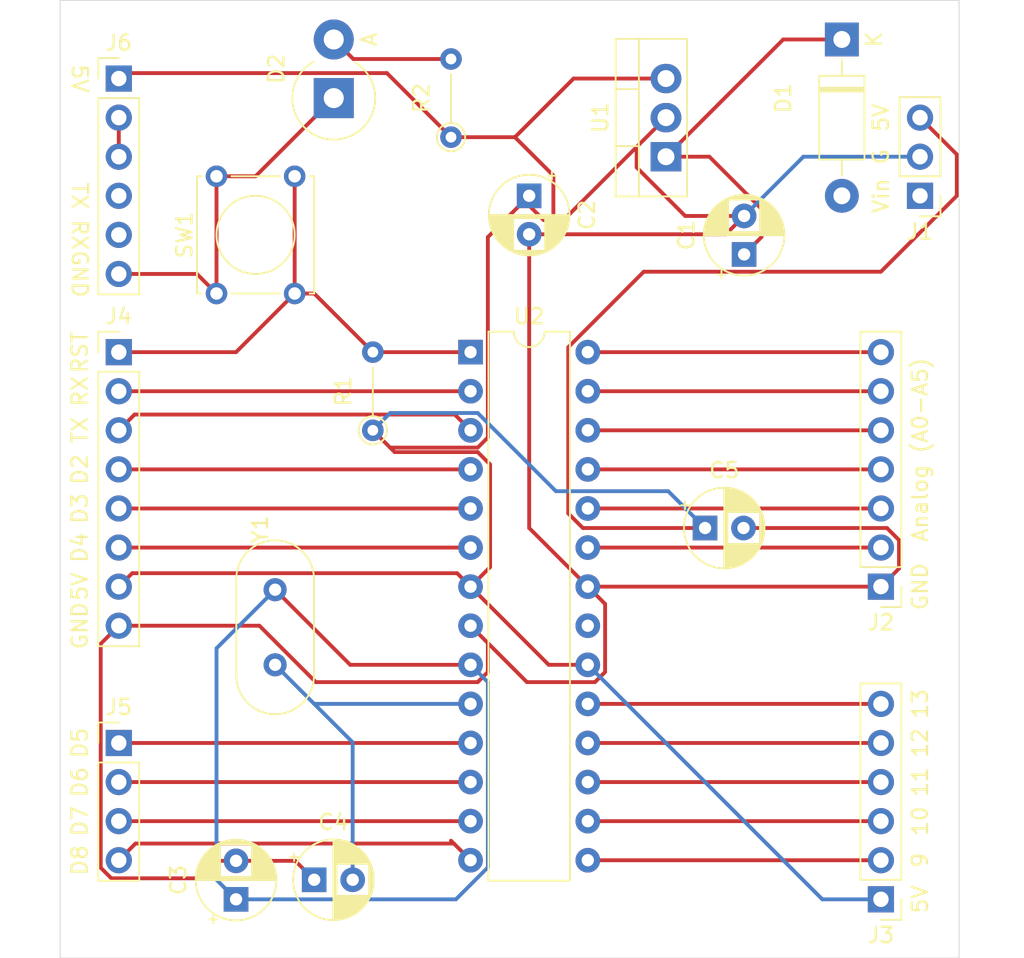
<source format=kicad_pcb>
(kicad_pcb (version 20211014) (generator pcbnew)
  (layers (0 "F.Cu" signal) (31 "B.Cu" signal) (34 "B.Paste" user) (35 "F.Paste" user) (36 "B.SilkS" user "B.Silkscreen") (37 "F.SilkS" user "F.Silkscreen") (38 "B.Mask" user) (39 "F.Mask" user) (44 "Edge.Cuts" user))
  (net 0 "")
  (net 1 "GND")
  (net 2 "Net-(C1-Pad1)")
  (net 3 "+5V")
  (net 4 "XTAL1")
  (net 5 "XTAL2")
  (net 6 "Net-(D1-Pad2)")
  (net 7 "Net-(D2-Pad2)")
  (net 8 "Net-(U2-Pad21)")
  (net 9 "RESET")
  (net 10 "Net-(J2-Pad7)")
  (net 11 "Net-(J2-Pad6)")
  (net 12 "Net-(J2-Pad5)")
  (net 13 "Net-(J2-Pad4)")
  (net 14 "Net-(J2-Pad3)")
  (net 15 "Net-(J2-Pad2)")
  (net 16 "Net-(J3-Pad3)")
  (net 17 "Net-(J3-Pad2)")
  (net 18 "Net-(J4-Pad6)")
  (net 19 "Net-(J4-Pad5)")
  (net 20 "Net-(J4-Pad4)")
  (net 21 "D8")
  (net 22 "Net-(J5-Pad3)")
  (net 23 "D6")
  (net 24 "D5")
  (net 25 "TX")
  (net 26 "RX")
  (net 27 "Net-(J6-Pad2)")
  (net 28 "SCK")
  (net 29 "MISO")
  (net 30 "MOSI")
  (footprint "Capacitor_THT:CP_Radial_D5.0mm_P2.50mm" (layer "F.Cu") (at 196.85 72.39 90)
    (fp_text reference "C1" (at 1.25 -3.75 90) (layer "F.SilkS"))
    (fp_text value "100u")
    (pad "1" thru_hole rect locked (at 0 0 90) (size 1.6 1.6) (drill 0.8) (layers *.Cu *.Mask) (net 2 "Net-(C1-Pad1)"))
    (pad "2" thru_hole circle locked (at 2.5 0 90) (size 1.6 1.6) (drill 0.8) (layers *.Cu *.Mask) (net 1 "GND"))
  )
  (footprint "Capacitor_THT:CP_Radial_D5.0mm_P2.50mm" (layer "F.Cu") (at 182.88 68.58 -90)
    (fp_text reference "C2" (at 1.25 -3.75 90) (layer "F.SilkS"))
    (fp_text value "22u")
    (pad "1" thru_hole rect locked (at 0 0 270) (size 1.6 1.6) (drill 0.8) (layers *.Cu *.Mask) (net 3 "+5V"))
    (pad "2" thru_hole circle locked (at 2.5 0 270) (size 1.6 1.6) (drill 0.8) (layers *.Cu *.Mask) (net 1 "GND"))
  )
  (footprint "Capacitor_THT:CP_Radial_D5.0mm_P2.50mm" (layer "F.Cu") (at 163.83 114.3 90)
    (fp_text reference "C3" (at 1.25 -3.75 90) (layer "F.SilkS"))
    (fp_text value "22p")
    (pad "1" thru_hole rect locked (at 0 0 90) (size 1.6 1.6) (drill 0.8) (layers *.Cu *.Mask) (net 4 "XTAL1"))
    (pad "2" thru_hole circle locked (at 2.5 0 90) (size 1.6 1.6) (drill 0.8) (layers *.Cu *.Mask) (net 1 "GND"))
  )
  (footprint "Capacitor_THT:CP_Radial_D5.0mm_P2.50mm" (layer "F.Cu") (at 168.91 113.03)
    (fp_text reference "C4" (at 1.25 -3.75) (layer "F.SilkS"))
    (fp_text value "22p")
    (pad "1" thru_hole rect locked (at 0 0) (size 1.6 1.6) (drill 0.8) (layers *.Cu *.Mask) (net 1 "GND"))
    (pad "2" thru_hole circle locked (at 2.5 0) (size 1.6 1.6) (drill 0.8) (layers *.Cu *.Mask) (net 5 "XTAL2"))
  )
  (footprint "Capacitor_THT:CP_Radial_D5.0mm_P2.50mm" (layer "F.Cu") (at 194.31 90.17)
    (fp_text reference "C5" (at 1.25 -3.75) (layer "F.SilkS"))
    (fp_text value "C")
    (pad "1" thru_hole rect locked (at 0 0) (size 1.6 1.6) (drill 0.8) (layers *.Cu *.Mask) (net 3 "+5V"))
    (pad "2" thru_hole circle locked (at 2.5 0) (size 1.6 1.6) (drill 0.8) (layers *.Cu *.Mask) (net 1 "GND"))
  )
  (footprint "Diode_THT:D_DO-41_SOD81_P10.16mm_Horizontal" (layer "F.Cu") (at 203.2 58.42 -90)
    (fp_text reference "D1" (at 3.81 3.81 90) (layer "F.SilkS"))
    (fp_text value "1N4007")
    (fp_text user "K" (at 0 -2.1 90) (layer "F.SilkS"))
    (pad "1" thru_hole rect locked (at 0 0 270) (size 2.2 2.2) (drill 1.1) (layers *.Cu *.Mask) (net 2 "Net-(C1-Pad1)"))
    (pad "2" thru_hole oval locked (at 10.16 0 270) (size 2.2 2.2) (drill 1.1) (layers *.Cu *.Mask) (net 6 "Net-(D1-Pad2)"))
  )
  (footprint "Diode_THT:D_DO-201_P3.81mm_Vertical_AnodeUp" (layer "F.Cu") (at 170.18 62.23 90)
    (fp_text reference "D2" (at 1.905 -3.725 90) (layer "F.SilkS"))
    (fp_text value "LED_ALT")
    (fp_text user "A" (at 3.81 2.3 90) (layer "F.SilkS"))
    (pad "1" thru_hole rect locked (at 0 0 90) (size 2.6 2.6) (drill 1.3) (layers *.Cu *.Mask) (net 1 "GND"))
    (pad "2" thru_hole oval locked (at 3.81 0 90) (size 2.6 2.6) (drill 1.3) (layers *.Cu *.Mask) (net 7 "Net-(D2-Pad2)"))
  )
  (footprint "Resistor_THT:R_Axial_DIN0204_L3.6mm_D1.6mm_P5.08mm_Vertical" (layer "F.Cu") (at 172.72 83.82 90)
    (fp_text reference "R1" (at 2.54 -1.92 90) (layer "F.SilkS"))
    (fp_text value "R")
    (pad "1" thru_hole circle locked (at 0 0 90) (size 1.4 1.4) (drill 0.7) (layers *.Cu *.Mask) (net 3 "+5V"))
    (pad "2" thru_hole oval locked (at 5.08 0 90) (size 1.4 1.4) (drill 0.7) (layers *.Cu *.Mask) (net 9 "RESET"))
  )
  (footprint "Resistor_THT:R_Axial_DIN0204_L3.6mm_D1.6mm_P5.08mm_Vertical" (layer "F.Cu") (at 177.8 64.77 90)
    (fp_text reference "R2" (at 2.54 -1.92 90) (layer "F.SilkS"))
    (fp_text value "220")
    (pad "1" thru_hole circle locked (at 0 0 90) (size 1.4 1.4) (drill 0.7) (layers *.Cu *.Mask) (net 3 "+5V"))
    (pad "2" thru_hole oval locked (at 5.08 0 90) (size 1.4 1.4) (drill 0.7) (layers *.Cu *.Mask) (net 7 "Net-(D2-Pad2)"))
  )
  (footprint "Button_Switch_THT:SW_Tactile_Straight_KSA0Axx1LFTR" (layer "F.Cu") (at 162.56 74.93 90)
    (fp_text reference "SW1" (at 3.81 -2.08 90) (layer "F.SilkS"))
    (fp_text value "SW_Push")
    (pad "1" thru_hole circle locked (at 0 0 90) (size 1.397 1.397) (drill 0.8128) (layers *.Cu *.Mask) (net 1 "GND"))
    (pad "1" thru_hole circle locked (at 7.62 0 90) (size 1.397 1.397) (drill 0.8128) (layers *.Cu *.Mask) (net 1 "GND"))
    (pad "2" thru_hole circle locked (at 0 5.08 90) (size 1.397 1.397) (drill 0.8128) (layers *.Cu *.Mask) (net 9 "RESET"))
    (pad "2" thru_hole circle locked (at 7.62 5.08 90) (size 1.397 1.397) (drill 0.8128) (layers *.Cu *.Mask) (net 9 "RESET"))
  )
  (footprint "Package_TO_SOT_THT:TO-220-3_Vertical" (layer "F.Cu") (at 191.77 66.04 90)
    (fp_text reference "U1" (at 2.54 -4.27 90) (layer "F.SilkS"))
    (fp_text value "LM7805_TO220")
    (pad "1" thru_hole rect locked (at 0 0 90) (size 1.905 2) (drill 1.1) (layers *.Cu *.Mask) (net 2 "Net-(C1-Pad1)"))
    (pad "2" thru_hole oval locked (at 2.54 0 90) (size 1.905 2) (drill 1.1) (layers *.Cu *.Mask) (net 1 "GND"))
    (pad "3" thru_hole oval locked (at 5.08 0 90) (size 1.905 2) (drill 1.1) (layers *.Cu *.Mask) (net 3 "+5V"))
  )
  (footprint "Package_DIP:DIP-28_W7.62mm" (layer "F.Cu") (at 179.07 78.74)
    (fp_text reference "U2" (at 3.81 -2.33) (layer "F.SilkS"))
    (fp_text value "ATmega328P-PU")
    (pad "1" thru_hole rect locked (at 0 0) (size 1.6 1.6) (drill 0.8) (layers *.Cu *.Mask) (net 9 "RESET"))
    (pad "2" thru_hole oval locked (at 0 2.54) (size 1.6 1.6) (drill 0.8) (layers *.Cu *.Mask) (net 26 "RX"))
    (pad "3" thru_hole oval locked (at 0 5.08) (size 1.6 1.6) (drill 0.8) (layers *.Cu *.Mask) (net 25 "TX"))
    (pad "4" thru_hole oval locked (at 0 7.62) (size 1.6 1.6) (drill 0.8) (layers *.Cu *.Mask) (net 20 "Net-(J4-Pad4)"))
    (pad "5" thru_hole oval locked (at 0 10.16) (size 1.6 1.6) (drill 0.8) (layers *.Cu *.Mask) (net 19 "Net-(J4-Pad5)"))
    (pad "6" thru_hole oval locked (at 0 12.7) (size 1.6 1.6) (drill 0.8) (layers *.Cu *.Mask) (net 18 "Net-(J4-Pad6)"))
    (pad "7" thru_hole oval locked (at 0 15.24) (size 1.6 1.6) (drill 0.8) (layers *.Cu *.Mask) (net 3 "+5V"))
    (pad "8" thru_hole oval locked (at 0 17.78) (size 1.6 1.6) (drill 0.8) (layers *.Cu *.Mask) (net 1 "GND"))
    (pad "9" thru_hole oval locked (at 0 20.32) (size 1.6 1.6) (drill 0.8) (layers *.Cu *.Mask) (net 4 "XTAL1"))
    (pad "10" thru_hole oval locked (at 0 22.86) (size 1.6 1.6) (drill 0.8) (layers *.Cu *.Mask) (net 5 "XTAL2"))
    (pad "11" thru_hole oval locked (at 0 25.4) (size 1.6 1.6) (drill 0.8) (layers *.Cu *.Mask) (net 24 "D5"))
    (pad "12" thru_hole oval locked (at 0 27.94) (size 1.6 1.6) (drill 0.8) (layers *.Cu *.Mask) (net 23 "D6"))
    (pad "13" thru_hole oval locked (at 0 30.48) (size 1.6 1.6) (drill 0.8) (layers *.Cu *.Mask) (net 22 "Net-(J5-Pad3)"))
    (pad "14" thru_hole oval locked (at 0 33.02) (size 1.6 1.6) (drill 0.8) (layers *.Cu *.Mask) (net 21 "D8"))
    (pad "15" thru_hole oval locked (at 7.62 33.02) (size 1.6 1.6) (drill 0.8) (layers *.Cu *.Mask) (net 17 "Net-(J3-Pad2)"))
    (pad "16" thru_hole oval locked (at 7.62 30.48) (size 1.6 1.6) (drill 0.8) (layers *.Cu *.Mask) (net 16 "Net-(J3-Pad3)"))
    (pad "17" thru_hole oval locked (at 7.62 27.94) (size 1.6 1.6) (drill 0.8) (layers *.Cu *.Mask) (net 30 "MOSI"))
    (pad "18" thru_hole oval locked (at 7.62 25.4) (size 1.6 1.6) (drill 0.8) (layers *.Cu *.Mask) (net 29 "MISO"))
    (pad "19" thru_hole oval locked (at 7.62 22.86) (size 1.6 1.6) (drill 0.8) (layers *.Cu *.Mask) (net 28 "SCK"))
    (pad "20" thru_hole oval locked (at 7.62 20.32) (size 1.6 1.6) (drill 0.8) (layers *.Cu *.Mask) (net 3 "+5V"))
    (pad "21" thru_hole oval locked (at 7.62 17.78) (size 1.6 1.6) (drill 0.8) (layers *.Cu *.Mask) (net 8 "Net-(U2-Pad21)"))
    (pad "22" thru_hole oval locked (at 7.62 15.24) (size 1.6 1.6) (drill 0.8) (layers *.Cu *.Mask) (net 1 "GND"))
    (pad "23" thru_hole oval locked (at 7.62 12.7) (size 1.6 1.6) (drill 0.8) (layers *.Cu *.Mask) (net 15 "Net-(J2-Pad2)"))
    (pad "24" thru_hole oval locked (at 7.62 10.16) (size 1.6 1.6) (drill 0.8) (layers *.Cu *.Mask) (net 14 "Net-(J2-Pad3)"))
    (pad "25" thru_hole oval locked (at 7.62 7.62) (size 1.6 1.6) (drill 0.8) (layers *.Cu *.Mask) (net 13 "Net-(J2-Pad4)"))
    (pad "26" thru_hole oval locked (at 7.62 5.08) (size 1.6 1.6) (drill 0.8) (layers *.Cu *.Mask) (net 12 "Net-(J2-Pad5)"))
    (pad "27" thru_hole oval locked (at 7.62 2.54) (size 1.6 1.6) (drill 0.8) (layers *.Cu *.Mask) (net 11 "Net-(J2-Pad6)"))
    (pad "28" thru_hole oval locked (at 7.62 0) (size 1.6 1.6) (drill 0.8) (layers *.Cu *.Mask) (net 10 "Net-(J2-Pad7)"))
  )
  (footprint "Crystal:Crystal_HC49-U_Vertical" (layer "F.Cu") (at 166.37 99.06 90)
    (fp_text reference "Y1" (at 8.79 -0.985 90) (layer "F.SilkS"))
    (fp_text value "Crystal")
    (pad "1" thru_hole circle locked (at 0 0 90) (size 1.5 1.5) (drill 0.8) (layers *.Cu *.Mask) (net 5 "XTAL2"))
    (pad "2" thru_hole circle locked (at 4.88 0 90) (size 1.5 1.5) (drill 0.8) (layers *.Cu *.Mask) (net 4 "XTAL1"))
  )
  (footprint "Connector_PinHeader_2.54mm:PinHeader_1x07_P2.54mm_Vertical" (layer "F.Cu") (at 205.74 93.98 180)
    (fp_text reference "J2" (at 0 -2.33) (layer "F.SilkS"))
    (fp_text value "Conn_01x07_Female")
    (pad "1" thru_hole rect locked (at 0 0 180) (size 1.7 1.7) (drill 1) (layers *.Cu *.Mask) (net 1 "GND"))
    (pad "2" thru_hole oval locked (at 0 2.54 180) (size 1.7 1.7) (drill 1) (layers *.Cu *.Mask) (net 15 "Net-(J2-Pad2)"))
    (pad "3" thru_hole oval locked (at 0 5.08 180) (size 1.7 1.7) (drill 1) (layers *.Cu *.Mask) (net 14 "Net-(J2-Pad3)"))
    (pad "4" thru_hole oval locked (at 0 7.62 180) (size 1.7 1.7) (drill 1) (layers *.Cu *.Mask) (net 13 "Net-(J2-Pad4)"))
    (pad "5" thru_hole oval locked (at 0 10.16 180) (size 1.7 1.7) (drill 1) (layers *.Cu *.Mask) (net 12 "Net-(J2-Pad5)"))
    (pad "6" thru_hole oval locked (at 0 12.7 180) (size 1.7 1.7) (drill 1) (layers *.Cu *.Mask) (net 11 "Net-(J2-Pad6)"))
    (pad "7" thru_hole oval locked (at 0 15.24 180) (size 1.7 1.7) (drill 1) (layers *.Cu *.Mask) (net 10 "Net-(J2-Pad7)"))
  )
  (footprint "Connector_PinHeader_2.54mm:PinHeader_1x06_P2.54mm_Vertical" (layer "F.Cu") (at 205.74 114.3 180)
    (fp_text reference "J3" (at 0 -2.33) (layer "F.SilkS"))
    (fp_text value "Conn_01x06_Female")
    (pad "1" thru_hole rect locked (at 0 0 180) (size 1.7 1.7) (drill 1) (layers *.Cu *.Mask) (net 3 "+5V"))
    (pad "2" thru_hole oval locked (at 0 2.54 180) (size 1.7 1.7) (drill 1) (layers *.Cu *.Mask) (net 17 "Net-(J3-Pad2)"))
    (pad "3" thru_hole oval locked (at 0 5.08 180) (size 1.7 1.7) (drill 1) (layers *.Cu *.Mask) (net 16 "Net-(J3-Pad3)"))
    (pad "4" thru_hole oval locked (at 0 7.62 180) (size 1.7 1.7) (drill 1) (layers *.Cu *.Mask) (net 30 "MOSI"))
    (pad "5" thru_hole oval locked (at 0 10.16 180) (size 1.7 1.7) (drill 1) (layers *.Cu *.Mask) (net 29 "MISO"))
    (pad "6" thru_hole oval locked (at 0 12.7 180) (size 1.7 1.7) (drill 1) (layers *.Cu *.Mask) (net 28 "SCK"))
  )
  (footprint "Connector_PinHeader_2.54mm:PinHeader_1x08_P2.54mm_Vertical" (layer "F.Cu") (at 156.21 78.74)
    (fp_text reference "J4" (at 0 -2.33) (layer "F.SilkS"))
    (fp_text value "Conn_01x08_Female")
    (pad "1" thru_hole rect locked (at 0 0) (size 1.7 1.7) (drill 1) (layers *.Cu *.Mask) (net 9 "RESET"))
    (pad "2" thru_hole oval locked (at 0 2.54) (size 1.7 1.7) (drill 1) (layers *.Cu *.Mask) (net 26 "RX"))
    (pad "3" thru_hole oval locked (at 0 5.08) (size 1.7 1.7) (drill 1) (layers *.Cu *.Mask) (net 25 "TX"))
    (pad "4" thru_hole oval locked (at 0 7.62) (size 1.7 1.7) (drill 1) (layers *.Cu *.Mask) (net 20 "Net-(J4-Pad4)"))
    (pad "5" thru_hole oval locked (at 0 10.16) (size 1.7 1.7) (drill 1) (layers *.Cu *.Mask) (net 19 "Net-(J4-Pad5)"))
    (pad "6" thru_hole oval locked (at 0 12.7) (size 1.7 1.7) (drill 1) (layers *.Cu *.Mask) (net 18 "Net-(J4-Pad6)"))
    (pad "7" thru_hole oval locked (at 0 15.24) (size 1.7 1.7) (drill 1) (layers *.Cu *.Mask) (net 3 "+5V"))
    (pad "8" thru_hole oval locked (at 0 17.78) (size 1.7 1.7) (drill 1) (layers *.Cu *.Mask) (net 1 "GND"))
  )
  (footprint "Connector_PinHeader_2.54mm:PinHeader_1x04_P2.54mm_Vertical" (layer "F.Cu") (at 156.21 104.14)
    (fp_text reference "J5" (at 0 -2.33) (layer "F.SilkS"))
    (fp_text value "Conn_01x04_Female")
    (pad "1" thru_hole rect locked (at 0 0) (size 1.7 1.7) (drill 1) (layers *.Cu *.Mask) (net 24 "D5"))
    (pad "2" thru_hole oval locked (at 0 2.54) (size 1.7 1.7) (drill 1) (layers *.Cu *.Mask) (net 23 "D6"))
    (pad "3" thru_hole oval locked (at 0 5.08) (size 1.7 1.7) (drill 1) (layers *.Cu *.Mask) (net 22 "Net-(J5-Pad3)"))
    (pad "4" thru_hole oval locked (at 0 7.62) (size 1.7 1.7) (drill 1) (layers *.Cu *.Mask) (net 21 "D8"))
  )
  (footprint "Connector_PinHeader_2.54mm:PinHeader_1x06_P2.54mm_Vertical" (layer "F.Cu") (at 156.21 60.96)
    (fp_text reference "J6" (at 0 -2.33) (layer "F.SilkS"))
    (fp_text value "Conn_01x06_Female")
    (pad "1" thru_hole rect locked (at 0 0) (size 1.7 1.7) (drill 1) (layers *.Cu *.Mask) (net 3 "+5V"))
    (pad "2" thru_hole oval locked (at 0 2.54) (size 1.7 1.7) (drill 1) (layers *.Cu *.Mask) (net 27 "Net-(J6-Pad2)"))
    (pad "3" thru_hole oval locked (at 0 5.08) (size 1.7 1.7) (drill 1) (layers *.Cu *.Mask) (net 27 "Net-(J6-Pad2)"))
    (pad "4" thru_hole oval locked (at 0 7.62) (size 1.7 1.7) (drill 1) (layers *.Cu *.Mask) (net 26 "RX"))
    (pad "5" thru_hole oval locked (at 0 10.16) (size 1.7 1.7) (drill 1) (layers *.Cu *.Mask) (net 25 "TX"))
    (pad "6" thru_hole oval locked (at 0 12.7) (size 1.7 1.7) (drill 1) (layers *.Cu *.Mask) (net 1 "GND"))
  )
  (footprint "Connector_PinHeader_2.54mm:PinHeader_1x03_P2.54mm_Vertical" (layer "F.Cu") (at 208.28 68.58 180)
    (fp_text reference "J1" (at 0 -2.33) (layer "F.SilkS"))
    (fp_text value "Conn_01x03_Male")
    (pad "1" thru_hole rect locked (at 0 0 180) (size 1.7 1.7) (drill 1) (layers *.Cu *.Mask) (net 6 "Net-(D1-Pad2)"))
    (pad "2" thru_hole oval locked (at 0 2.54 180) (size 1.7 1.7) (drill 1) (layers *.Cu *.Mask) (net 1 "GND"))
    (pad "3" thru_hole oval locked (at 0 5.08 180) (size 1.7 1.7) (drill 1) (layers *.Cu *.Mask) (net 3 "+5V"))
  )
  (gr_line (start 152.4 118.11) (end 152.4 55.88) (layer "Edge.Cuts") (width 0.05))
  (gr_line (start 210.82 118.11) (end 152.4 118.11) (layer "Edge.Cuts") (width 0.05))
  (gr_line (start 210.82 55.88) (end 210.82 118.11) (layer "Edge.Cuts") (width 0.05))
  (gr_line (start 152.4 55.88) (end 210.82 55.88) (layer "Edge.Cuts") (width 0.05))
  (gr_text "5V\n" (at 205.74 63.5 90) (layer "F.SilkS") (effects (font (size 1 1))))
  (gr_text "9\n" (at 208.28 111.76 90) (layer "F.SilkS") (effects (font (size 1 1))))
  (gr_text "D6\n" (at 153.67 106.68 90) (layer "F.SilkS") (effects (font (size 1 1))))
  (gr_text "GND" (at 153.67 73.66 270) (layer "F.SilkS") (effects (font (size 1 1))))
  (gr_text "TX" (at 153.67 68.58 270) (layer "F.SilkS") (effects (font (size 1 1))))
  (gr_text "D5" (at 153.67 104.14 90) (layer "F.SilkS") (effects (font (size 1 1))))
  (gr_text "D2" (at 153.67 86.36 90) (layer "F.SilkS") (effects (font (size 1 1))))
  (gr_text "10" (at 208.28 109.22 90) (layer "F.SilkS") (effects (font (size 1 1))))
  (gr_text "12" (at 208.28 104.14 90) (layer "F.SilkS") (effects (font (size 1 1))))
  (gr_text "Vin" (at 205.74 68.58 90) (layer "F.SilkS") (effects (font (size 1 1))))
  (gr_text "RX\n" (at 153.67 81.28 90) (layer "F.SilkS") (effects (font (size 1 1))))
  (gr_text "D3\n" (at 153.67 88.9 90) (layer "F.SilkS") (effects (font (size 1 1))))
  (gr_text "RST" (at 153.67 78.74 90) (layer "F.SilkS") (effects (font (size 1 1))))
  (gr_text "Analog (A0-A5)\n" (at 208.28 85.09 90) (layer "F.SilkS") (effects (font (size 1 1))))
  (gr_text "5V" (at 208.28 114.3 90) (layer "F.SilkS") (effects (font (size 1 1))))
  (gr_text "D7" (at 153.67 109.22 90) (layer "F.SilkS") (effects (font (size 1 1))))
  (gr_text "G" (at 205.74 66.04 90) (layer "F.SilkS") (effects (font (size 1 1))))
  (gr_text "D8" (at 153.67 111.76 90) (layer "F.SilkS") (effects (font (size 1 1))))
  (gr_text "GND\n" (at 153.67 96.52 90) (layer "F.SilkS") (effects (font (size 1 1))))
  (gr_text "5V\n" (at 153.67 60.96 270) (layer "F.SilkS") (effects (font (size 1 1))))
  (gr_text "RX" (at 153.67 71.12 270) (layer "F.SilkS") (effects (font (size 1 1))))
  (gr_text "5V" (at 153.67 93.98 90) (layer "F.SilkS") (effects (font (size 1 1))))
  (gr_text "GND\n" (at 208.28 93.98 90) (layer "F.SilkS") (effects (font (size 1 1))))
  (gr_text "D4" (at 153.67 91.44 90) (layer "F.SilkS") (effects (font (size 1 1))))
  (gr_text "11" (at 208.28 106.68 90) (layer "F.SilkS") (effects (font (size 1 1))))
  (gr_text "13" (at 208.28 101.6 90) (layer "F.SilkS") (effects (font (size 1 1))))
  (gr_text "TX\n" (at 153.67 83.82 90) (layer "F.SilkS") (effects (font (size 1 1))))
  (segment (start 162.56 67.31) (end 162.56 74.93) (width 0.25) (layer "F.Cu") (net 1))
  (segment (start 161.564119 112.934511) (end 155.723501 112.934511) (width 0.25) (layer "F.Cu") (net 1))
  (segment (start 167.68 111.8) (end 168.91 113.03) (width 0.25) (layer "F.Cu") (net 1))
  (segment (start 184.19 71.08) (end 191.77 63.5) (width 0.25) (layer "F.Cu") (net 1))
  (segment (start 165.1 67.31) (end 170.18 62.23) (width 0.25) (layer "F.Cu") (net 1))
  (segment (start 161.29 73.66) (end 156.21 73.66) (width 0.25) (layer "F.Cu") (net 1))
  (segment (start 196.81 90.17) (end 206.13101 90.17) (width 0.25) (layer "F.Cu") (net 1))
  (segment (start 162.56 74.93) (end 161.29 73.66) (width 0.25) (layer "F.Cu") (net 1))
  (segment (start 187.814511 95.104511) (end 186.69 93.98) (width 0.25) (layer "F.Cu") (net 1))
  (segment (start 179.07 96.52) (end 182.734511 100.184511) (width 0.25) (layer "F.Cu") (net 1))
  (segment (start 193.018478 69.89) (end 189.865 66.736522) (width 0.25) (layer "F.Cu") (net 1))
  (segment (start 180.194511 97.644511) (end 180.194511 99.525789) (width 0.25) (layer "F.Cu") (net 1))
  (segment (start 163.83 111.8) (end 162.69863 111.8) (width 0.25) (layer "F.Cu") (net 1))
  (segment (start 162.56 67.31) (end 165.1 67.31) (width 0.25) (layer "F.Cu") (net 1))
  (segment (start 169.0141 100.184511) (end 165.349589 96.52) (width 0.25) (layer "F.Cu") (net 1))
  (segment (start 186.69 93.98) (end 205.74 93.98) (width 0.25) (layer "F.Cu") (net 1))
  (segment (start 206.13101 90.17) (end 206.914511 90.953501) (width 0.25) (layer "F.Cu") (net 1))
  (segment (start 155.035489 112.246499) (end 155.035489 97.694511) (width 0.25) (layer "F.Cu") (net 1))
  (segment (start 182.88 71.08) (end 195.66 71.08) (width 0.25) (layer "F.Cu") (net 1))
  (segment (start 182.734511 100.184511) (end 187.155789 100.184511) (width 0.25) (layer "F.Cu") (net 1))
  (segment (start 163.83 111.8) (end 167.68 111.8) (width 0.25) (layer "F.Cu") (net 1))
  (segment (start 195.66 71.08) (end 196.85 69.89) (width 0.25) (layer "F.Cu") (net 1))
  (segment (start 155.035489 97.694511) (end 156.21 96.52) (width 0.25) (layer "F.Cu") (net 1))
  (segment (start 179.535789 100.184511) (end 169.0141 100.184511) (width 0.25) (layer "F.Cu") (net 1))
  (segment (start 165.349589 96.52) (end 156.21 96.52) (width 0.25) (layer "F.Cu") (net 1))
  (segment (start 196.85 69.89) (end 193.018478 69.89) (width 0.25) (layer "F.Cu") (net 1))
  (segment (start 189.865 66.736522) (end 189.865 65.405) (width 0.25) (layer "F.Cu") (net 1))
  (segment (start 206.914511 90.953501) (end 206.914511 92.805489) (width 0.25) (layer "F.Cu") (net 1))
  (segment (start 180.194511 99.525789) (end 179.535789 100.184511) (width 0.25) (layer "F.Cu") (net 1))
  (segment (start 182.88 71.08) (end 182.88 90.17) (width 0.25) (layer "F.Cu") (net 1))
  (segment (start 155.723501 112.934511) (end 155.035489 112.246499) (width 0.25) (layer "F.Cu") (net 1))
  (segment (start 162.69863 111.8) (end 161.564119 112.934511) (width 0.25) (layer "F.Cu") (net 1))
  (segment (start 206.914511 92.805489) (end 205.74 93.98) (width 0.25) (layer "F.Cu") (net 1))
  (segment (start 187.155789 100.184511) (end 187.814511 99.525789) (width 0.25) (layer "F.Cu") (net 1))
  (segment (start 182.88 90.17) (end 186.69 93.98) (width 0.25) (layer "F.Cu") (net 1))
  (segment (start 187.814511 99.525789) (end 187.814511 95.104511) (width 0.25) (layer "F.Cu") (net 1))
  (segment (start 208.28 66.04) (end 200.7 66.04) (width 0.25) (layer "B.Cu") (net 1))
  (segment (start 200.7 66.04) (end 196.85 69.89) (width 0.25) (layer "B.Cu") (net 1))
  (segment (start 196.85 72.39) (end 197.974511 71.265489) (width 0.25) (layer "F.Cu") (net 2))
  (segment (start 203.2 58.42) (end 199.39 58.42) (width 0.25) (layer "F.Cu") (net 2))
  (segment (start 194.5903 66.04) (end 191.77 66.04) (width 0.25) (layer "F.Cu") (net 2))
  (segment (start 199.39 58.42) (end 191.77 66.04) (width 0.25) (layer "F.Cu") (net 2))
  (segment (start 197.974511 71.265489) (end 197.974511 69.424211) (width 0.25) (layer "F.Cu") (net 2))
  (segment (start 197.974511 69.424211) (end 194.5903 66.04) (width 0.25) (layer "F.Cu") (net 2))
  (segment (start 182.88 69.215717) (end 182.88 68.58) (width 0.25) (layer "F.Cu") (net 3))
  (segment (start 184.190708 70.154031) (end 183.818314 70.154031) (width 0.25) (layer "F.Cu") (net 3))
  (segment (start 186.3697 90.17) (end 185.42 89.2203) (width 0.25) (layer "F.Cu") (net 3))
  (segment (start 182.88 68.58) (end 180.194511 71.265489) (width 0.25) (layer "F.Cu") (net 3))
  (segment (start 174.135489 85.235489) (end 179.535789 85.235489) (width 0.25) (layer "F.Cu") (net 3))
  (segment (start 173.635489 60.605489) (end 177.8 64.77) (width 0.25) (layer "F.Cu") (net 3))
  (segment (start 184.454031 67.269292) (end 184.454031 69.890708) (width 0.25) (layer "F.Cu") (net 3))
  (segment (start 180.194511 71.265489) (end 180.194511 84.285789) (width 0.25) (layer "F.Cu") (net 3))
  (segment (start 179.535789 84.944511) (end 173.844511 84.944511) (width 0.25) (layer "F.Cu") (net 3))
  (segment (start 157.084511 93.105489) (end 156.21 93.98) (width 0.25) (layer "F.Cu") (net 3))
  (segment (start 180.194511 84.285789) (end 179.535789 84.944511) (width 0.25) (layer "F.Cu") (net 3))
  (segment (start 210.67048 65.89048) (end 208.28 63.5) (width 0.25) (layer "F.Cu") (net 3))
  (segment (start 156.564511 60.605489) (end 173.635489 60.605489) (width 0.25) (layer "F.Cu") (net 3))
  (segment (start 194.31 90.17) (end 186.3697 90.17) (width 0.25) (layer "F.Cu") (net 3))
  (segment (start 210.67048 68.58) (end 210.67048 65.89048) (width 0.25) (layer "F.Cu") (net 3))
  (segment (start 185.764739 60.96) (end 191.77 60.96) (width 0.25) (layer "F.Cu") (net 3))
  (segment (start 185.42 78.4197) (end 190.325189 73.514511) (width 0.25) (layer "F.Cu") (net 3))
  (segment (start 190.325189 73.514511) (end 205.735969 73.514511) (width 0.25) (layer "F.Cu") (net 3))
  (segment (start 181.954739 64.77) (end 185.764739 60.96) (width 0.25) (layer "F.Cu") (net 3))
  (segment (start 178.195489 93.105489) (end 157.084511 93.105489) (width 0.25) (layer "F.Cu") (net 3))
  (segment (start 172.72 83.82) (end 174.135489 85.235489) (width 0.25) (layer "F.Cu") (net 3))
  (segment (start 185.42 89.2203) (end 185.42 78.4197) (width 0.25) (layer "F.Cu") (net 3))
  (segment (start 205.735969 73.514511) (end 210.67048 68.58) (width 0.25) (layer "F.Cu") (net 3))
  (segment (start 183.818314 70.154031) (end 182.88 69.215717) (width 0.25) (layer "F.Cu") (net 3))
  (segment (start 179.535789 85.235489) (end 180.34 86.0397) (width 0.25) (layer "F.Cu") (net 3))
  (segment (start 180.34 86.0397) (end 180.34 92.71) (width 0.25) (layer "F.Cu") (net 3))
  (segment (start 186.69 99.06) (end 184.15 99.06) (width 0.25) (layer "F.Cu") (net 3))
  (segment (start 179.07 93.98) (end 178.195489 93.105489) (width 0.25) (layer "F.Cu") (net 3))
  (segment (start 184.15 99.06) (end 179.07 93.98) (width 0.25) (layer "F.Cu") (net 3))
  (segment (start 180.34 92.71) (end 179.07 93.98) (width 0.25) (layer "F.Cu") (net 3))
  (segment (start 184.454031 69.890708) (end 184.190708 70.154031) (width 0.25) (layer "F.Cu") (net 3))
  (segment (start 177.8 64.77) (end 181.954739 64.77) (width 0.25) (layer "F.Cu") (net 3))
  (segment (start 181.954739 64.77) (end 184.454031 67.269292) (width 0.25) (layer "F.Cu") (net 3))
  (segment (start 156.21 60.96) (end 156.564511 60.605489) (width 0.25) (layer "F.Cu") (net 3))
  (segment (start 179.535789 82.695489) (end 173.844511 82.695489) (width 0.25) (layer "B.Cu") (net 3))
  (segment (start 173.844511 82.695489) (end 172.72 83.82) (width 0.25) (layer "B.Cu") (net 3))
  (segment (start 184.615789 87.775489) (end 179.535789 82.695489) (width 0.25) (layer "B.Cu") (net 3))
  (segment (start 191.915489 87.775489) (end 184.615789 87.775489) (width 0.25) (layer "B.Cu") (net 3))
  (segment (start 201.93 114.3) (end 186.69 99.06) (width 0.25) (layer "B.Cu") (net 3))
  (segment (start 205.74 114.3) (end 201.93 114.3) (width 0.25) (layer "B.Cu") (net 3))
  (segment (start 194.31 90.17) (end 191.915489 87.775489) (width 0.25) (layer "B.Cu") (net 3))
  (segment (start 171.25 99.06) (end 166.37 94.18) (width 0.25) (layer "F.Cu") (net 4))
  (segment (start 179.07 99.06) (end 171.25 99.06) (width 0.25) (layer "F.Cu") (net 4))
  (segment (start 163.83 114.3) (end 178.1203 114.3) (width 0.25) (layer "B.Cu") (net 4))
  (segment (start 178.1203 114.3) (end 180.194511 112.225789) (width 0.25) (layer "B.Cu") (net 4))
  (segment (start 180.194511 112.225789) (end 180.194511 100.184511) (width 0.25) (layer "B.Cu") (net 4))
  (segment (start 180.194511 100.184511) (end 179.07 99.06) (width 0.25) (layer "B.Cu") (net 4))
  (segment (start 162.56 97.99) (end 166.37 94.18) (width 0.25) (layer "B.Cu") (net 4))
  (segment (start 162.56 113.03) (end 162.56 97.99) (width 0.25) (layer "B.Cu") (net 4))
  (segment (start 163.83 114.3) (end 162.56 113.03) (width 0.25) (layer "B.Cu") (net 4))
  (segment (start 168.91 101.6) (end 179.07 101.6) (width 0.25) (layer "B.Cu") (net 5))
  (segment (start 166.37 99.06) (end 171.41 104.1) (width 0.25) (layer "B.Cu") (net 5))
  (segment (start 171.41 113.03) (end 171.41 104.1) (width 0.25) (layer "B.Cu") (net 5))
  (segment (start 171.45 59.69) (end 170.18 58.42) (width 0.25) (layer "F.Cu") (net 7))
  (segment (start 177.8 59.69) (end 171.45 59.69) (width 0.25) (layer "F.Cu") (net 7))
  (segment (start 167.64 67.31) (end 167.64 74.93) (width 0.25) (layer "F.Cu") (net 9))
  (segment (start 167.64 74.93) (end 168.91 74.93) (width 0.25) (layer "F.Cu") (net 9))
  (segment (start 163.83 78.74) (end 156.21 78.74) (width 0.25) (layer "F.Cu") (net 9))
  (segment (start 167.64 74.93) (end 163.83 78.74) (width 0.25) (layer "F.Cu") (net 9))
  (segment (start 168.91 74.93) (end 172.72 78.74) (width 0.25) (layer "F.Cu") (net 9))
  (segment (start 179.07 78.74) (end 172.72 78.74) (width 0.25) (layer "F.Cu") (net 9))
  (segment (start 186.69 78.74) (end 205.74 78.74) (width 0.25) (layer "F.Cu") (net 10))
  (segment (start 205.74 81.28) (end 186.69 81.28) (width 0.25) (layer "F.Cu") (net 11))
  (segment (start 186.69 83.82) (end 205.74 83.82) (width 0.25) (layer "F.Cu") (net 12))
  (segment (start 205.74 86.36) (end 186.69 86.36) (width 0.25) (layer "F.Cu") (net 13))
  (segment (start 205.74 88.9) (end 186.69 88.9) (width 0.25) (layer "F.Cu") (net 14))
  (segment (start 186.69 91.44) (end 205.74 91.44) (width 0.25) (layer "F.Cu") (net 15))
  (segment (start 186.69 109.22) (end 205.74 109.22) (width 0.25) (layer "F.Cu") (net 16))
  (segment (start 186.69 111.76) (end 205.74 111.76) (width 0.25) (layer "F.Cu") (net 17))
  (segment (start 179.07 91.44) (end 156.21 91.44) (width 0.25) (layer "F.Cu") (net 18))
  (segment (start 156.21 88.9) (end 179.07 88.9) (width 0.25) (layer "F.Cu") (net 19))
  (segment (start 156.21 86.36) (end 179.07 86.36) (width 0.25) (layer "F.Cu") (net 20))
  (segment (start 156.21 111.76) (end 157.294511 110.675489) (width 0.25) (layer "F.Cu") (net 21))
  (segment (start 177.8 110.49) (end 179.07 111.76) (width 0.25) (layer "F.Cu") (net 21))
  (segment (start 157.294511 110.675489) (end 177.985489 110.675489) (width 0.25) (layer "F.Cu") (net 21))
  (segment (start 179.07 109.22) (end 156.21 109.22) (width 0.25) (layer "F.Cu") (net 22))
  (segment (start 156.21 106.68) (end 179.07 106.68) (width 0.25) (layer "F.Cu") (net 23))
  (segment (start 179.07 104.14) (end 156.21 104.14) (width 0.25) (layer "F.Cu") (net 24))
  (segment (start 157.234511 82.795489) (end 156.21 83.82) (width 0.25) (layer "F.Cu") (net 25))
  (segment (start 178.045489 82.795489) (end 157.234511 82.795489) (width 0.25) (layer "F.Cu") (net 25))
  (segment (start 179.07 83.82) (end 178.045489 82.795489) (width 0.25) (layer "F.Cu") (net 25))
  (segment (start 179.07 81.28) (end 156.21 81.28) (width 0.25) (layer "F.Cu") (net 26))
  (segment (start 156.21 66.04) (end 156.21 63.5) (width 0.25) (layer "F.Cu") (net 27))
  (segment (start 186.69 101.6) (end 205.74 101.6) (width 0.25) (layer "F.Cu") (net 28))
  (segment (start 186.69 104.14) (end 205.74 104.14) (width 0.25) (layer "F.Cu") (net 29))
  (segment (start 186.69 106.68) (end 205.74 106.68) (width 0.25) (layer "F.Cu") (net 30))
)
</source>
